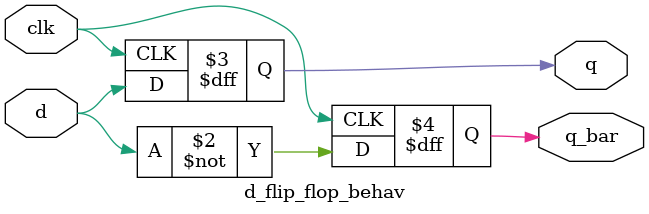
<source format=v>
module siso_4bit_shift_reg_struct(
  input din,
  input clk,
  output dout,
  output [3:0] q
);
  wire [3:0] q_int;
  wire [3:0] qbar_int;

  d_flip_flop_behav d3(.d(din),.clk(clk),.q(q_int[3]),.q_bar(qbar_int[3]));
  d_flip_flop_behav d2(.d(q_int[3]),.clk(clk),.q(q_int[2]),.q_bar(qbar_int[2]));
  d_flip_flop_behav d1(.d(q_int[2]),.clk(clk),.q(q_int[1]),.q_bar(qbar_int[1]));
  d_flip_flop_behav d0(.d(q_int[1]),.clk(clk),.q(q_int[0]),.q_bar(qbar_int[0]));

  assign dout = q_int[0];
  assign q = q_int;
endmodule


module d_flip_flop_behav(
  input d,
  input clk,
  output reg q,
  output reg q_bar
);
  always @(posedge clk) begin
    q <= d;
    q_bar <= ~d;
  end
endmodule
</source>
